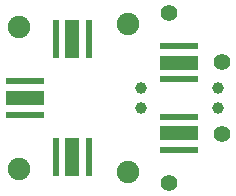
<source format=gbr>
%TF.GenerationSoftware,KiCad,Pcbnew,(5.1.9)-1*%
%TF.CreationDate,2021-08-28T05:28:07+03:00*%
%TF.ProjectId,LED_Head_001,4c45445f-4865-4616-945f-3030312e6b69,rev?*%
%TF.SameCoordinates,Original*%
%TF.FileFunction,Soldermask,Top*%
%TF.FilePolarity,Negative*%
%FSLAX46Y46*%
G04 Gerber Fmt 4.6, Leading zero omitted, Abs format (unit mm)*
G04 Created by KiCad (PCBNEW (5.1.9)-1) date 2021-08-28 05:28:07*
%MOMM*%
%LPD*%
G01*
G04 APERTURE LIST*
%ADD10R,3.300000X0.500000*%
%ADD11R,3.300000X1.300000*%
%ADD12R,1.300000X3.300000*%
%ADD13R,0.500000X3.300000*%
%ADD14C,1.000000*%
%ADD15C,1.400000*%
%ADD16C,1.900000*%
G04 APERTURE END LIST*
D10*
%TO.C,D1*%
X-17841700Y1400000D03*
X-17841700Y-1400000D03*
D11*
X-17841700Y0D03*
%TD*%
%TO.C,D2*%
X-4841700Y3000000D03*
D10*
X-4841700Y4400000D03*
X-4841700Y1600000D03*
%TD*%
D12*
%TO.C,D3*%
X-13841700Y-5000000D03*
D13*
X-12441700Y-5000000D03*
X-15241700Y-5000000D03*
%TD*%
%TO.C,D4*%
X-12441700Y5000000D03*
X-15241700Y5000000D03*
D12*
X-13841700Y5000000D03*
%TD*%
D10*
%TO.C,D5*%
X-4841700Y-4400000D03*
X-4841700Y-1600000D03*
D11*
X-4841700Y-3000000D03*
%TD*%
D14*
%TO.C,J1*%
X-8000000Y850000D03*
%TD*%
%TO.C,J2*%
X-8000000Y-850000D03*
%TD*%
D15*
%TO.C,J3*%
X-5700000Y7200000D03*
%TD*%
%TO.C,J4*%
X-1175000Y3025000D03*
%TD*%
D16*
%TO.C,J5*%
X-18341700Y6000000D03*
%TD*%
%TO.C,J6*%
X-9091700Y-6250000D03*
%TD*%
%TO.C,J7*%
X-9091700Y6250000D03*
%TD*%
%TO.C,J8*%
X-18341700Y-6000000D03*
%TD*%
D15*
%TO.C,J9*%
X-5700000Y-7200000D03*
%TD*%
%TO.C,J10*%
X-1175000Y-3025000D03*
%TD*%
D14*
%TO.C,J11*%
X-1475000Y-850000D03*
%TD*%
%TO.C,J12*%
X-1500000Y875000D03*
%TD*%
M02*

</source>
